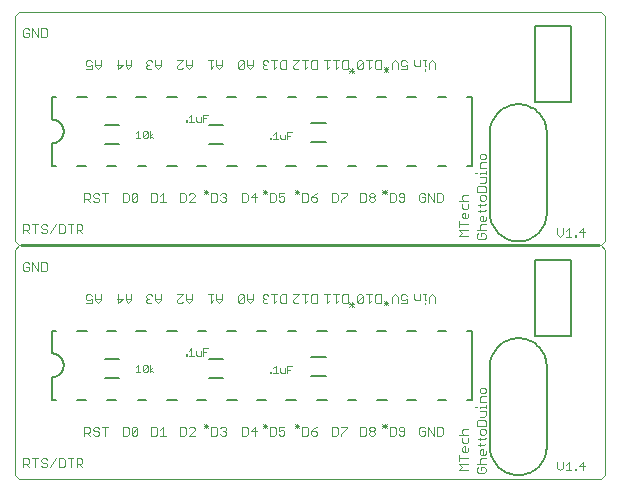
<source format=gto>
G75*
G70*
%OFA0B0*%
%FSLAX24Y24*%
%IPPOS*%
%LPD*%
%AMOC8*
5,1,8,0,0,1.08239X$1,22.5*
%
%ADD10C,0.0000*%
%ADD11C,0.0030*%
%ADD12C,0.0020*%
%ADD13C,0.0100*%
%ADD14C,0.0060*%
%ADD15C,0.0050*%
D10*
X002425Y003185D02*
X002425Y003185D01*
X002268Y003342D01*
X002268Y003343D02*
X002268Y010626D01*
X002268Y010823D01*
X002425Y010980D01*
X002268Y011138D01*
X002268Y018421D01*
X002268Y018618D01*
X002425Y018775D01*
X021795Y018775D01*
X021953Y018618D01*
X021953Y011138D01*
X021795Y010980D01*
X021953Y010823D01*
X021953Y003342D01*
X021795Y003185D01*
X021794Y003185D02*
X002425Y003185D01*
X002425Y010980D02*
X002425Y010980D01*
X021953Y011137D02*
X021953Y011138D01*
X021953Y003342D02*
X021953Y003342D01*
D11*
X021267Y003625D02*
X021073Y003625D01*
X021218Y003770D01*
X021218Y003480D01*
X020974Y003480D02*
X020926Y003480D01*
X020926Y003528D01*
X020974Y003528D01*
X020974Y003480D01*
X020825Y003480D02*
X020631Y003480D01*
X020728Y003480D02*
X020728Y003770D01*
X020631Y003673D01*
X020530Y003577D02*
X020530Y003770D01*
X020530Y003577D02*
X020433Y003480D01*
X020336Y003577D01*
X020336Y003770D01*
X017959Y003695D02*
X017669Y003695D01*
X017766Y003743D02*
X017766Y003840D01*
X017814Y003888D01*
X017959Y003888D01*
X017911Y003989D02*
X017814Y003989D01*
X017766Y004038D01*
X017766Y004134D01*
X017814Y004183D01*
X017862Y004183D01*
X017862Y003989D01*
X017911Y003989D02*
X017959Y004038D01*
X017959Y004134D01*
X017911Y004332D02*
X017717Y004332D01*
X017766Y004284D02*
X017766Y004381D01*
X017766Y004480D02*
X017766Y004577D01*
X017717Y004529D02*
X017911Y004529D01*
X017959Y004577D01*
X017911Y004677D02*
X017959Y004725D01*
X017959Y004822D01*
X017911Y004870D01*
X017814Y004870D01*
X017766Y004822D01*
X017766Y004725D01*
X017814Y004677D01*
X017911Y004677D01*
X017959Y004381D02*
X017911Y004332D01*
X017380Y004234D02*
X017380Y004138D01*
X017332Y004089D01*
X017235Y004089D01*
X017187Y004138D01*
X017187Y004234D01*
X017235Y004283D01*
X017284Y004283D01*
X017284Y004089D01*
X017090Y003988D02*
X017090Y003795D01*
X017090Y003891D02*
X017380Y003891D01*
X017380Y003693D02*
X017090Y003693D01*
X017187Y003597D01*
X017090Y003500D01*
X017380Y003500D01*
X017669Y003545D02*
X017717Y003593D01*
X017669Y003545D02*
X017669Y003448D01*
X017717Y003400D01*
X017911Y003400D01*
X017959Y003448D01*
X017959Y003545D01*
X017911Y003593D01*
X017814Y003593D01*
X017814Y003497D01*
X017814Y003695D02*
X017766Y003743D01*
X017332Y004384D02*
X017235Y004384D01*
X017187Y004432D01*
X017187Y004577D01*
X017235Y004678D02*
X017187Y004727D01*
X017187Y004824D01*
X017235Y004872D01*
X017380Y004872D01*
X017380Y004678D02*
X017090Y004678D01*
X017380Y004577D02*
X017380Y004432D01*
X017332Y004384D01*
X017669Y004971D02*
X017669Y005116D01*
X017717Y005165D01*
X017911Y005165D01*
X017959Y005116D01*
X017959Y004971D01*
X017669Y004971D01*
X017766Y005266D02*
X017911Y005266D01*
X017959Y005314D01*
X017959Y005459D01*
X017766Y005459D01*
X017766Y005561D02*
X017766Y005609D01*
X017959Y005609D01*
X017959Y005561D02*
X017959Y005657D01*
X017959Y005757D02*
X017766Y005757D01*
X017766Y005902D01*
X017814Y005950D01*
X017959Y005950D01*
X017911Y006052D02*
X017959Y006100D01*
X017959Y006197D01*
X017911Y006245D01*
X017814Y006245D01*
X017766Y006197D01*
X017766Y006100D01*
X017814Y006052D01*
X017911Y006052D01*
X017669Y005609D02*
X017620Y005609D01*
X016534Y004880D02*
X016534Y004687D01*
X016486Y004638D01*
X016341Y004638D01*
X016341Y004929D01*
X016486Y004929D01*
X016534Y004880D01*
X016239Y004929D02*
X016239Y004638D01*
X016046Y004929D01*
X016046Y004638D01*
X015945Y004687D02*
X015945Y004784D01*
X015848Y004784D01*
X015945Y004880D02*
X015896Y004929D01*
X015800Y004929D01*
X015751Y004880D01*
X015751Y004687D01*
X015800Y004638D01*
X015896Y004638D01*
X015945Y004687D01*
X015255Y004687D02*
X015255Y004880D01*
X015207Y004929D01*
X015110Y004929D01*
X015062Y004880D01*
X015062Y004832D01*
X015110Y004784D01*
X015255Y004784D01*
X015255Y004687D02*
X015207Y004638D01*
X015110Y004638D01*
X015062Y004687D01*
X014960Y004687D02*
X014960Y004880D01*
X014912Y004929D01*
X014767Y004929D01*
X014767Y004638D01*
X014912Y004638D01*
X014960Y004687D01*
X014271Y004687D02*
X014222Y004638D01*
X014126Y004638D01*
X014077Y004687D01*
X014077Y004735D01*
X014126Y004784D01*
X014222Y004784D01*
X014271Y004735D01*
X014271Y004687D01*
X014222Y004784D02*
X014271Y004832D01*
X014271Y004880D01*
X014222Y004929D01*
X014126Y004929D01*
X014077Y004880D01*
X014077Y004832D01*
X014126Y004784D01*
X013976Y004687D02*
X013976Y004880D01*
X013928Y004929D01*
X013783Y004929D01*
X013783Y004638D01*
X013928Y004638D01*
X013976Y004687D01*
X013326Y004880D02*
X013132Y004687D01*
X013132Y004638D01*
X013031Y004687D02*
X013031Y004880D01*
X012983Y004929D01*
X012838Y004929D01*
X012838Y004638D01*
X012983Y004638D01*
X013031Y004687D01*
X013132Y004929D02*
X013326Y004929D01*
X013326Y004880D01*
X012342Y004929D02*
X012245Y004880D01*
X012148Y004784D01*
X012293Y004784D01*
X012342Y004735D01*
X012342Y004687D01*
X012293Y004638D01*
X012197Y004638D01*
X012148Y004687D01*
X012148Y004784D01*
X012047Y004880D02*
X012047Y004687D01*
X011999Y004638D01*
X011854Y004638D01*
X011854Y004929D01*
X011999Y004929D01*
X012047Y004880D01*
X011257Y004929D02*
X011064Y004929D01*
X011064Y004784D01*
X011161Y004832D01*
X011209Y004832D01*
X011257Y004784D01*
X011257Y004687D01*
X011209Y004638D01*
X011112Y004638D01*
X011064Y004687D01*
X010963Y004687D02*
X010963Y004880D01*
X010914Y004929D01*
X010769Y004929D01*
X010769Y004638D01*
X010914Y004638D01*
X010963Y004687D01*
X010334Y004784D02*
X010140Y004784D01*
X010285Y004929D01*
X010285Y004638D01*
X010039Y004687D02*
X010039Y004880D01*
X009991Y004929D01*
X009846Y004929D01*
X009846Y004638D01*
X009991Y004638D01*
X010039Y004687D01*
X009310Y004687D02*
X009262Y004638D01*
X009165Y004638D01*
X009117Y004687D01*
X009016Y004687D02*
X009016Y004880D01*
X008967Y004929D01*
X008822Y004929D01*
X008822Y004638D01*
X008967Y004638D01*
X009016Y004687D01*
X009117Y004880D02*
X009165Y004929D01*
X009262Y004929D01*
X009310Y004880D01*
X009310Y004832D01*
X009262Y004784D01*
X009310Y004735D01*
X009310Y004687D01*
X009262Y004784D02*
X009213Y004784D01*
X008265Y004832D02*
X008265Y004880D01*
X008217Y004929D01*
X008120Y004929D01*
X008072Y004880D01*
X007971Y004880D02*
X007922Y004929D01*
X007777Y004929D01*
X007777Y004638D01*
X007922Y004638D01*
X007971Y004687D01*
X007971Y004880D01*
X008072Y004638D02*
X008265Y004832D01*
X008265Y004638D02*
X008072Y004638D01*
X007302Y004638D02*
X007109Y004638D01*
X007206Y004638D02*
X007206Y004929D01*
X007109Y004832D01*
X007008Y004880D02*
X006959Y004929D01*
X006814Y004929D01*
X006814Y004638D01*
X006959Y004638D01*
X007008Y004687D01*
X007008Y004880D01*
X006357Y004880D02*
X006357Y004687D01*
X006309Y004638D01*
X006212Y004638D01*
X006164Y004687D01*
X006357Y004880D01*
X006309Y004929D01*
X006212Y004929D01*
X006164Y004880D01*
X006164Y004687D01*
X006063Y004687D02*
X006063Y004880D01*
X006014Y004929D01*
X005869Y004929D01*
X005869Y004638D01*
X006014Y004638D01*
X006063Y004687D01*
X005374Y004924D02*
X005181Y004924D01*
X005278Y004924D02*
X005278Y004633D01*
X005080Y004682D02*
X005080Y004730D01*
X005031Y004779D01*
X004935Y004779D01*
X004886Y004827D01*
X004886Y004875D01*
X004935Y004924D01*
X005031Y004924D01*
X005080Y004875D01*
X005080Y004682D02*
X005031Y004633D01*
X004935Y004633D01*
X004886Y004682D01*
X004785Y004633D02*
X004688Y004730D01*
X004737Y004730D02*
X004592Y004730D01*
X004592Y004633D02*
X004592Y004924D01*
X004737Y004924D01*
X004785Y004875D01*
X004785Y004779D01*
X004737Y004730D01*
X004471Y003884D02*
X004520Y003835D01*
X004520Y003739D01*
X004471Y003690D01*
X004326Y003690D01*
X004326Y003594D02*
X004326Y003884D01*
X004471Y003884D01*
X004423Y003690D02*
X004520Y003594D01*
X004128Y003594D02*
X004128Y003884D01*
X004032Y003884D02*
X004225Y003884D01*
X003930Y003835D02*
X003882Y003884D01*
X003737Y003884D01*
X003737Y003594D01*
X003882Y003594D01*
X003930Y003642D01*
X003930Y003835D01*
X003636Y003884D02*
X003442Y003594D01*
X003341Y003642D02*
X003293Y003594D01*
X003196Y003594D01*
X003148Y003642D01*
X003196Y003739D02*
X003293Y003739D01*
X003341Y003690D01*
X003341Y003642D01*
X003196Y003739D02*
X003148Y003787D01*
X003148Y003835D01*
X003196Y003884D01*
X003293Y003884D01*
X003341Y003835D01*
X003046Y003884D02*
X002853Y003884D01*
X002950Y003884D02*
X002950Y003594D01*
X002752Y003594D02*
X002655Y003690D01*
X002703Y003690D02*
X002558Y003690D01*
X002558Y003594D02*
X002558Y003884D01*
X002703Y003884D01*
X002752Y003835D01*
X002752Y003739D01*
X002703Y003690D01*
X004643Y009061D02*
X004836Y009061D01*
X004836Y009206D01*
X004739Y009158D01*
X004691Y009158D01*
X004643Y009206D01*
X004643Y009303D01*
X004691Y009351D01*
X004788Y009351D01*
X004836Y009303D01*
X004937Y009351D02*
X004937Y009158D01*
X005034Y009061D01*
X005131Y009158D01*
X005131Y009351D01*
X005131Y009206D02*
X004937Y009206D01*
X005666Y009206D02*
X005860Y009206D01*
X005715Y009061D01*
X005715Y009351D01*
X005961Y009351D02*
X005961Y009158D01*
X006058Y009061D01*
X006154Y009158D01*
X006154Y009351D01*
X006154Y009206D02*
X005961Y009206D01*
X006650Y009254D02*
X006650Y009303D01*
X006699Y009351D01*
X006796Y009351D01*
X006844Y009303D01*
X006945Y009351D02*
X006945Y009158D01*
X007042Y009061D01*
X007139Y009158D01*
X007139Y009351D01*
X007139Y009206D02*
X006945Y009206D01*
X006844Y009109D02*
X006796Y009061D01*
X006699Y009061D01*
X006650Y009109D01*
X006650Y009158D01*
X006699Y009206D01*
X006650Y009254D01*
X006699Y009206D02*
X006747Y009206D01*
X007674Y009158D02*
X007674Y009109D01*
X007722Y009061D01*
X007819Y009061D01*
X007868Y009109D01*
X007969Y009158D02*
X007969Y009351D01*
X007868Y009351D02*
X007674Y009158D01*
X007674Y009351D02*
X007868Y009351D01*
X007969Y009206D02*
X008162Y009206D01*
X008162Y009158D02*
X008065Y009061D01*
X007969Y009158D01*
X008162Y009158D02*
X008162Y009351D01*
X008698Y009351D02*
X008891Y009351D01*
X008794Y009351D02*
X008794Y009061D01*
X008891Y009158D01*
X008992Y009158D02*
X009089Y009061D01*
X009186Y009158D01*
X009186Y009351D01*
X009186Y009206D02*
X008992Y009206D01*
X008992Y009158D02*
X008992Y009351D01*
X009721Y009303D02*
X009770Y009351D01*
X009866Y009351D01*
X009915Y009303D01*
X009721Y009109D01*
X009721Y009303D01*
X009915Y009303D02*
X009915Y009109D01*
X009866Y009061D01*
X009770Y009061D01*
X009721Y009109D01*
X010016Y009158D02*
X010113Y009061D01*
X010209Y009158D01*
X010209Y009351D01*
X010209Y009206D02*
X010016Y009206D01*
X010016Y009158D02*
X010016Y009351D01*
X010529Y009303D02*
X010577Y009351D01*
X010674Y009351D01*
X010722Y009303D01*
X010824Y009351D02*
X011017Y009351D01*
X010920Y009351D02*
X010920Y009061D01*
X011017Y009158D01*
X011118Y009109D02*
X011167Y009061D01*
X011312Y009061D01*
X011312Y009351D01*
X011167Y009351D01*
X011118Y009303D01*
X011118Y009109D01*
X011553Y009109D02*
X011601Y009061D01*
X011698Y009061D01*
X011746Y009109D01*
X011553Y009109D02*
X011553Y009158D01*
X011746Y009351D01*
X011553Y009351D01*
X011847Y009351D02*
X012041Y009351D01*
X011944Y009351D02*
X011944Y009061D01*
X012041Y009158D01*
X012142Y009109D02*
X012190Y009061D01*
X012335Y009061D01*
X012335Y009351D01*
X012190Y009351D01*
X012142Y009303D01*
X012142Y009109D01*
X012576Y009351D02*
X012770Y009351D01*
X012673Y009351D02*
X012673Y009061D01*
X012770Y009158D01*
X012871Y009351D02*
X013064Y009351D01*
X012968Y009351D02*
X012968Y009061D01*
X013064Y009158D01*
X013166Y009109D02*
X013214Y009061D01*
X013359Y009061D01*
X013359Y009351D01*
X013214Y009351D01*
X013166Y009303D01*
X013166Y009109D01*
X013679Y009109D02*
X013727Y009061D01*
X013824Y009061D01*
X013872Y009109D01*
X013872Y009303D01*
X013679Y009109D01*
X013679Y009303D01*
X013727Y009351D01*
X013824Y009351D01*
X013872Y009303D01*
X013973Y009351D02*
X014167Y009351D01*
X014070Y009351D02*
X014070Y009061D01*
X014167Y009158D01*
X014268Y009109D02*
X014316Y009061D01*
X014461Y009061D01*
X014461Y009351D01*
X014316Y009351D01*
X014268Y009303D01*
X014268Y009109D01*
X014839Y009061D02*
X014839Y009254D01*
X014936Y009351D01*
X015033Y009254D01*
X015033Y009061D01*
X015134Y009061D02*
X015328Y009061D01*
X015328Y009206D01*
X015231Y009158D01*
X015182Y009158D01*
X015134Y009206D01*
X015134Y009303D01*
X015182Y009351D01*
X015279Y009351D01*
X015328Y009303D01*
X015588Y009351D02*
X015588Y009206D01*
X015636Y009158D01*
X015781Y009158D01*
X015781Y009351D01*
X015881Y009351D02*
X015978Y009351D01*
X015929Y009351D02*
X015929Y009158D01*
X015978Y009158D01*
X015929Y009061D02*
X015929Y009012D01*
X016079Y009061D02*
X016079Y009254D01*
X016176Y009351D01*
X016272Y009254D01*
X016272Y009061D01*
X017090Y011295D02*
X017187Y011392D01*
X017090Y011489D01*
X017380Y011489D01*
X017380Y011295D02*
X017090Y011295D01*
X017090Y011590D02*
X017090Y011783D01*
X017090Y011687D02*
X017380Y011687D01*
X017332Y011884D02*
X017235Y011884D01*
X017187Y011933D01*
X017187Y012030D01*
X017235Y012078D01*
X017284Y012078D01*
X017284Y011884D01*
X017332Y011884D02*
X017380Y011933D01*
X017380Y012030D01*
X017332Y012179D02*
X017235Y012179D01*
X017187Y012227D01*
X017187Y012373D01*
X017235Y012474D02*
X017187Y012522D01*
X017187Y012619D01*
X017235Y012667D01*
X017380Y012667D01*
X017380Y012474D02*
X017090Y012474D01*
X017380Y012373D02*
X017380Y012227D01*
X017332Y012179D01*
X017717Y012127D02*
X017911Y012127D01*
X017959Y012176D01*
X017911Y012324D02*
X017959Y012372D01*
X017911Y012324D02*
X017717Y012324D01*
X017766Y012276D02*
X017766Y012372D01*
X017814Y012472D02*
X017766Y012520D01*
X017766Y012617D01*
X017814Y012665D01*
X017911Y012665D01*
X017959Y012617D01*
X017959Y012520D01*
X017911Y012472D01*
X017814Y012472D01*
X017766Y012176D02*
X017766Y012079D01*
X017814Y011978D02*
X017766Y011930D01*
X017766Y011833D01*
X017814Y011784D01*
X017911Y011784D01*
X017959Y011833D01*
X017959Y011930D01*
X017862Y011978D02*
X017862Y011784D01*
X017814Y011683D02*
X017959Y011683D01*
X017814Y011683D02*
X017766Y011635D01*
X017766Y011538D01*
X017814Y011490D01*
X017814Y011389D02*
X017814Y011292D01*
X017814Y011389D02*
X017911Y011389D01*
X017959Y011340D01*
X017959Y011244D01*
X017911Y011195D01*
X017717Y011195D01*
X017669Y011244D01*
X017669Y011340D01*
X017717Y011389D01*
X017669Y011490D02*
X017959Y011490D01*
X017862Y011978D02*
X017814Y011978D01*
X017669Y012767D02*
X017959Y012767D01*
X017959Y012912D01*
X017911Y012960D01*
X017717Y012960D01*
X017669Y012912D01*
X017669Y012767D01*
X017766Y013061D02*
X017911Y013061D01*
X017959Y013110D01*
X017959Y013255D01*
X017766Y013255D01*
X017766Y013356D02*
X017766Y013404D01*
X017959Y013404D01*
X017959Y013356D02*
X017959Y013453D01*
X017959Y013552D02*
X017766Y013552D01*
X017766Y013697D01*
X017814Y013746D01*
X017959Y013746D01*
X017911Y013847D02*
X017959Y013895D01*
X017959Y013992D01*
X017911Y014040D01*
X017814Y014040D01*
X017766Y013992D01*
X017766Y013895D01*
X017814Y013847D01*
X017911Y013847D01*
X017669Y013404D02*
X017620Y013404D01*
X016534Y012676D02*
X016486Y012724D01*
X016341Y012724D01*
X016341Y012434D01*
X016486Y012434D01*
X016534Y012482D01*
X016534Y012676D01*
X016239Y012724D02*
X016239Y012434D01*
X016046Y012724D01*
X016046Y012434D01*
X015945Y012482D02*
X015945Y012579D01*
X015848Y012579D01*
X015945Y012676D02*
X015896Y012724D01*
X015800Y012724D01*
X015751Y012676D01*
X015751Y012482D01*
X015800Y012434D01*
X015896Y012434D01*
X015945Y012482D01*
X015255Y012482D02*
X015255Y012676D01*
X015207Y012724D01*
X015110Y012724D01*
X015062Y012676D01*
X015062Y012627D01*
X015110Y012579D01*
X015255Y012579D01*
X015255Y012482D02*
X015207Y012434D01*
X015110Y012434D01*
X015062Y012482D01*
X014960Y012482D02*
X014960Y012676D01*
X014912Y012724D01*
X014767Y012724D01*
X014767Y012434D01*
X014912Y012434D01*
X014960Y012482D01*
X014271Y012482D02*
X014222Y012434D01*
X014126Y012434D01*
X014077Y012482D01*
X014077Y012530D01*
X014126Y012579D01*
X014222Y012579D01*
X014271Y012530D01*
X014271Y012482D01*
X014222Y012579D02*
X014271Y012627D01*
X014271Y012676D01*
X014222Y012724D01*
X014126Y012724D01*
X014077Y012676D01*
X014077Y012627D01*
X014126Y012579D01*
X013976Y012676D02*
X013928Y012724D01*
X013783Y012724D01*
X013783Y012434D01*
X013928Y012434D01*
X013976Y012482D01*
X013976Y012676D01*
X013326Y012676D02*
X013132Y012482D01*
X013132Y012434D01*
X013031Y012482D02*
X013031Y012676D01*
X012983Y012724D01*
X012838Y012724D01*
X012838Y012434D01*
X012983Y012434D01*
X013031Y012482D01*
X013132Y012724D02*
X013326Y012724D01*
X013326Y012676D01*
X012342Y012724D02*
X012245Y012676D01*
X012148Y012579D01*
X012293Y012579D01*
X012342Y012530D01*
X012342Y012482D01*
X012293Y012434D01*
X012197Y012434D01*
X012148Y012482D01*
X012148Y012579D01*
X012047Y012676D02*
X011999Y012724D01*
X011854Y012724D01*
X011854Y012434D01*
X011999Y012434D01*
X012047Y012482D01*
X012047Y012676D01*
X011257Y012724D02*
X011064Y012724D01*
X011064Y012579D01*
X011161Y012627D01*
X011209Y012627D01*
X011257Y012579D01*
X011257Y012482D01*
X011209Y012434D01*
X011112Y012434D01*
X011064Y012482D01*
X010963Y012482D02*
X010963Y012676D01*
X010914Y012724D01*
X010769Y012724D01*
X010769Y012434D01*
X010914Y012434D01*
X010963Y012482D01*
X010334Y012579D02*
X010140Y012579D01*
X010285Y012724D01*
X010285Y012434D01*
X010039Y012482D02*
X010039Y012676D01*
X009991Y012724D01*
X009846Y012724D01*
X009846Y012434D01*
X009991Y012434D01*
X010039Y012482D01*
X009310Y012482D02*
X009262Y012434D01*
X009165Y012434D01*
X009117Y012482D01*
X009016Y012482D02*
X009016Y012676D01*
X008967Y012724D01*
X008822Y012724D01*
X008822Y012434D01*
X008967Y012434D01*
X009016Y012482D01*
X009117Y012676D02*
X009165Y012724D01*
X009262Y012724D01*
X009310Y012676D01*
X009310Y012627D01*
X009262Y012579D01*
X009310Y012530D01*
X009310Y012482D01*
X009262Y012579D02*
X009213Y012579D01*
X008265Y012627D02*
X008265Y012676D01*
X008217Y012724D01*
X008120Y012724D01*
X008072Y012676D01*
X007971Y012676D02*
X007922Y012724D01*
X007777Y012724D01*
X007777Y012434D01*
X007922Y012434D01*
X007971Y012482D01*
X007971Y012676D01*
X008072Y012434D02*
X008265Y012627D01*
X008265Y012434D02*
X008072Y012434D01*
X007302Y012434D02*
X007109Y012434D01*
X007206Y012434D02*
X007206Y012724D01*
X007109Y012627D01*
X007008Y012676D02*
X006959Y012724D01*
X006814Y012724D01*
X006814Y012434D01*
X006959Y012434D01*
X007008Y012482D01*
X007008Y012676D01*
X006357Y012676D02*
X006164Y012482D01*
X006212Y012434D01*
X006309Y012434D01*
X006357Y012482D01*
X006357Y012676D01*
X006309Y012724D01*
X006212Y012724D01*
X006164Y012676D01*
X006164Y012482D01*
X006063Y012482D02*
X006063Y012676D01*
X006014Y012724D01*
X005869Y012724D01*
X005869Y012434D01*
X006014Y012434D01*
X006063Y012482D01*
X005374Y012719D02*
X005181Y012719D01*
X005278Y012719D02*
X005278Y012429D01*
X005080Y012477D02*
X005031Y012429D01*
X004935Y012429D01*
X004886Y012477D01*
X004935Y012574D02*
X005031Y012574D01*
X005080Y012525D01*
X005080Y012477D01*
X004935Y012574D02*
X004886Y012622D01*
X004886Y012671D01*
X004935Y012719D01*
X005031Y012719D01*
X005080Y012671D01*
X004785Y012671D02*
X004737Y012719D01*
X004592Y012719D01*
X004592Y012429D01*
X004592Y012525D02*
X004737Y012525D01*
X004785Y012574D01*
X004785Y012671D01*
X004688Y012525D02*
X004785Y012429D01*
X004471Y011679D02*
X004520Y011631D01*
X004520Y011534D01*
X004471Y011486D01*
X004326Y011486D01*
X004423Y011486D02*
X004520Y011389D01*
X004326Y011389D02*
X004326Y011679D01*
X004471Y011679D01*
X004225Y011679D02*
X004032Y011679D01*
X004128Y011679D02*
X004128Y011389D01*
X003930Y011437D02*
X003930Y011631D01*
X003882Y011679D01*
X003737Y011679D01*
X003737Y011389D01*
X003882Y011389D01*
X003930Y011437D01*
X003636Y011679D02*
X003442Y011389D01*
X003341Y011437D02*
X003293Y011389D01*
X003196Y011389D01*
X003148Y011437D01*
X003196Y011534D02*
X003293Y011534D01*
X003341Y011486D01*
X003341Y011437D01*
X003196Y011534D02*
X003148Y011582D01*
X003148Y011631D01*
X003196Y011679D01*
X003293Y011679D01*
X003341Y011631D01*
X003046Y011679D02*
X002853Y011679D01*
X002950Y011679D02*
X002950Y011389D01*
X002752Y011389D02*
X002655Y011486D01*
X002703Y011486D02*
X002558Y011486D01*
X002558Y011389D02*
X002558Y011679D01*
X002703Y011679D01*
X002752Y011631D01*
X002752Y011534D01*
X002703Y011486D01*
X002703Y010419D02*
X002607Y010419D01*
X002558Y010371D01*
X002558Y010177D01*
X002607Y010129D01*
X002703Y010129D01*
X002752Y010177D01*
X002752Y010274D01*
X002655Y010274D01*
X002752Y010371D02*
X002703Y010419D01*
X002853Y010419D02*
X003046Y010129D01*
X003046Y010419D01*
X003148Y010419D02*
X003293Y010419D01*
X003341Y010371D01*
X003341Y010177D01*
X003293Y010129D01*
X003148Y010129D01*
X003148Y010419D01*
X002853Y010419D02*
X002853Y010129D01*
X004643Y016856D02*
X004836Y016856D01*
X004836Y017001D01*
X004739Y016953D01*
X004691Y016953D01*
X004643Y017001D01*
X004643Y017098D01*
X004691Y017146D01*
X004788Y017146D01*
X004836Y017098D01*
X004937Y017146D02*
X004937Y016953D01*
X005034Y016856D01*
X005131Y016953D01*
X005131Y017146D01*
X005131Y017001D02*
X004937Y017001D01*
X005666Y017001D02*
X005860Y017001D01*
X005715Y016856D01*
X005715Y017146D01*
X005961Y017146D02*
X005961Y016953D01*
X006058Y016856D01*
X006154Y016953D01*
X006154Y017146D01*
X006154Y017001D02*
X005961Y017001D01*
X006650Y016953D02*
X006699Y017001D01*
X006650Y017050D01*
X006650Y017098D01*
X006699Y017146D01*
X006796Y017146D01*
X006844Y017098D01*
X006945Y017146D02*
X006945Y016953D01*
X007042Y016856D01*
X007139Y016953D01*
X007139Y017146D01*
X007139Y017001D02*
X006945Y017001D01*
X006844Y016904D02*
X006796Y016856D01*
X006699Y016856D01*
X006650Y016904D01*
X006650Y016953D01*
X006699Y017001D02*
X006747Y017001D01*
X007674Y016953D02*
X007674Y016904D01*
X007722Y016856D01*
X007819Y016856D01*
X007868Y016904D01*
X007969Y016953D02*
X007969Y017146D01*
X007868Y017146D02*
X007674Y016953D01*
X007674Y017146D02*
X007868Y017146D01*
X007969Y017001D02*
X008162Y017001D01*
X008162Y016953D02*
X008065Y016856D01*
X007969Y016953D01*
X008162Y016953D02*
X008162Y017146D01*
X008698Y017146D02*
X008891Y017146D01*
X008794Y017146D02*
X008794Y016856D01*
X008891Y016953D01*
X008992Y016953D02*
X008992Y017146D01*
X008992Y017001D02*
X009186Y017001D01*
X009186Y016953D02*
X009089Y016856D01*
X008992Y016953D01*
X009186Y016953D02*
X009186Y017146D01*
X009721Y017098D02*
X009721Y016904D01*
X009915Y017098D01*
X009866Y017146D01*
X009770Y017146D01*
X009721Y017098D01*
X009721Y016904D02*
X009770Y016856D01*
X009866Y016856D01*
X009915Y016904D01*
X009915Y017098D01*
X010016Y017146D02*
X010016Y016953D01*
X010113Y016856D01*
X010209Y016953D01*
X010209Y017146D01*
X010209Y017001D02*
X010016Y017001D01*
X010529Y016953D02*
X010577Y017001D01*
X010529Y017050D01*
X010529Y017098D01*
X010577Y017146D01*
X010674Y017146D01*
X010722Y017098D01*
X010824Y017146D02*
X011017Y017146D01*
X010920Y017146D02*
X010920Y016856D01*
X011017Y016953D01*
X011118Y016904D02*
X011118Y017098D01*
X011167Y017146D01*
X011312Y017146D01*
X011312Y016856D01*
X011167Y016856D01*
X011118Y016904D01*
X011553Y016904D02*
X011601Y016856D01*
X011698Y016856D01*
X011746Y016904D01*
X011553Y016904D02*
X011553Y016953D01*
X011746Y017146D01*
X011553Y017146D01*
X011847Y017146D02*
X012041Y017146D01*
X011944Y017146D02*
X011944Y016856D01*
X012041Y016953D01*
X012142Y016904D02*
X012142Y017098D01*
X012190Y017146D01*
X012335Y017146D01*
X012335Y016856D01*
X012190Y016856D01*
X012142Y016904D01*
X012576Y017146D02*
X012770Y017146D01*
X012673Y017146D02*
X012673Y016856D01*
X012770Y016953D01*
X012871Y017146D02*
X013064Y017146D01*
X012968Y017146D02*
X012968Y016856D01*
X013064Y016953D01*
X013166Y016904D02*
X013214Y016856D01*
X013359Y016856D01*
X013359Y017146D01*
X013214Y017146D01*
X013166Y017098D01*
X013166Y016904D01*
X013679Y016904D02*
X013872Y017098D01*
X013824Y017146D01*
X013727Y017146D01*
X013679Y017098D01*
X013679Y016904D01*
X013727Y016856D01*
X013824Y016856D01*
X013872Y016904D01*
X013872Y017098D01*
X013973Y017146D02*
X014167Y017146D01*
X014070Y017146D02*
X014070Y016856D01*
X014167Y016953D01*
X014268Y016904D02*
X014316Y016856D01*
X014461Y016856D01*
X014461Y017146D01*
X014316Y017146D01*
X014268Y017098D01*
X014268Y016904D01*
X014839Y016856D02*
X014839Y017050D01*
X014936Y017146D01*
X015033Y017050D01*
X015033Y016856D01*
X015134Y016856D02*
X015328Y016856D01*
X015328Y017001D01*
X015231Y016953D01*
X015182Y016953D01*
X015134Y017001D01*
X015134Y017098D01*
X015182Y017146D01*
X015279Y017146D01*
X015328Y017098D01*
X015588Y017146D02*
X015588Y017001D01*
X015636Y016953D01*
X015781Y016953D01*
X015781Y017146D01*
X015881Y017146D02*
X015978Y017146D01*
X015929Y017146D02*
X015929Y016953D01*
X015978Y016953D01*
X015929Y016856D02*
X015929Y016808D01*
X016079Y016856D02*
X016079Y017050D01*
X016176Y017146D01*
X016272Y017050D01*
X016272Y016856D01*
X020336Y011565D02*
X020336Y011372D01*
X020433Y011275D01*
X020530Y011372D01*
X020530Y011565D01*
X020631Y011469D02*
X020728Y011565D01*
X020728Y011275D01*
X020631Y011275D02*
X020825Y011275D01*
X020926Y011275D02*
X020974Y011275D01*
X020974Y011324D01*
X020926Y011324D01*
X020926Y011275D01*
X021073Y011420D02*
X021267Y011420D01*
X021218Y011275D02*
X021218Y011565D01*
X021073Y011420D01*
X010722Y009109D02*
X010674Y009061D01*
X010577Y009061D01*
X010529Y009109D01*
X010529Y009158D01*
X010577Y009206D01*
X010529Y009254D01*
X010529Y009303D01*
X010577Y009206D02*
X010626Y009206D01*
X010577Y016856D02*
X010529Y016904D01*
X010529Y016953D01*
X010577Y017001D02*
X010626Y017001D01*
X010722Y016904D02*
X010674Y016856D01*
X010577Y016856D01*
X003341Y017973D02*
X003341Y018166D01*
X003293Y018215D01*
X003148Y018215D01*
X003148Y017924D01*
X003293Y017924D01*
X003341Y017973D01*
X003046Y017924D02*
X003046Y018215D01*
X002853Y018215D02*
X002853Y017924D01*
X002752Y017973D02*
X002752Y018069D01*
X002655Y018069D01*
X002558Y017973D02*
X002607Y017924D01*
X002703Y017924D01*
X002752Y017973D01*
X002752Y018166D02*
X002703Y018215D01*
X002607Y018215D01*
X002558Y018166D01*
X002558Y017973D01*
X002853Y018215D02*
X003046Y017924D01*
D12*
X006300Y014719D02*
X006379Y014798D01*
X006379Y014561D01*
X006457Y014561D02*
X006300Y014561D01*
X006536Y014601D02*
X006693Y014758D01*
X006693Y014601D01*
X006654Y014561D01*
X006575Y014561D01*
X006536Y014601D01*
X006536Y014758D01*
X006575Y014798D01*
X006654Y014798D01*
X006693Y014758D01*
X006771Y014798D02*
X006771Y014561D01*
X006771Y014640D02*
X006889Y014561D01*
X006771Y014640D02*
X006889Y014719D01*
X007959Y015106D02*
X007999Y015106D01*
X007999Y015146D01*
X007959Y015146D01*
X007959Y015106D01*
X008077Y015106D02*
X008235Y015106D01*
X008156Y015106D02*
X008156Y015342D01*
X008077Y015264D01*
X008313Y015264D02*
X008313Y015146D01*
X008352Y015106D01*
X008470Y015106D01*
X008470Y015264D01*
X008548Y015224D02*
X008627Y015224D01*
X008548Y015106D02*
X008548Y015342D01*
X008706Y015342D01*
X010766Y014558D02*
X010806Y014558D01*
X010806Y014519D01*
X010766Y014519D01*
X010766Y014558D01*
X010884Y014519D02*
X011042Y014519D01*
X010963Y014519D02*
X010963Y014755D01*
X010884Y014676D01*
X011120Y014676D02*
X011120Y014558D01*
X011159Y014519D01*
X011277Y014519D01*
X011277Y014676D01*
X011355Y014637D02*
X011434Y014637D01*
X011355Y014755D02*
X011513Y014755D01*
X011355Y014755D02*
X011355Y014519D01*
X011608Y012827D02*
X011755Y012680D01*
X011682Y012680D02*
X011682Y012827D01*
X011755Y012827D02*
X011608Y012680D01*
X011608Y012754D02*
X011755Y012754D01*
X010692Y012754D02*
X010545Y012754D01*
X010545Y012827D02*
X010692Y012680D01*
X010619Y012680D02*
X010619Y012827D01*
X010692Y012827D02*
X010545Y012680D01*
X008724Y012680D02*
X008577Y012827D01*
X008577Y012754D02*
X008724Y012754D01*
X008724Y012827D02*
X008577Y012680D01*
X008650Y012680D02*
X008650Y012827D01*
X013419Y009087D02*
X013566Y008940D01*
X013493Y008940D02*
X013493Y009087D01*
X013566Y009087D02*
X013419Y008940D01*
X013419Y009014D02*
X013566Y009014D01*
X014561Y008980D02*
X014708Y009126D01*
X014708Y009053D02*
X014561Y009053D01*
X014561Y009126D02*
X014708Y008980D01*
X014635Y008980D02*
X014635Y009126D01*
X014669Y012680D02*
X014522Y012827D01*
X014595Y012827D02*
X014595Y012680D01*
X014522Y012680D02*
X014669Y012827D01*
X014669Y012754D02*
X014522Y012754D01*
X014561Y016775D02*
X014708Y016922D01*
X014635Y016922D02*
X014635Y016775D01*
X014708Y016775D02*
X014561Y016922D01*
X014561Y016848D02*
X014708Y016848D01*
X013566Y016882D02*
X013419Y016736D01*
X013419Y016809D02*
X013566Y016809D01*
X013566Y016736D02*
X013419Y016882D01*
X013493Y016882D02*
X013493Y016736D01*
X008706Y007547D02*
X008548Y007547D01*
X008548Y007311D01*
X008470Y007311D02*
X008470Y007468D01*
X008548Y007429D02*
X008627Y007429D01*
X008470Y007311D02*
X008352Y007311D01*
X008313Y007350D01*
X008313Y007468D01*
X008235Y007311D02*
X008077Y007311D01*
X007999Y007311D02*
X007959Y007311D01*
X007959Y007350D01*
X007999Y007350D01*
X007999Y007311D01*
X008156Y007311D02*
X008156Y007547D01*
X008077Y007468D01*
X006889Y006924D02*
X006771Y006845D01*
X006889Y006766D01*
X006771Y006766D02*
X006771Y007002D01*
X006693Y006963D02*
X006536Y006805D01*
X006575Y006766D01*
X006654Y006766D01*
X006693Y006805D01*
X006693Y006963D01*
X006654Y007002D01*
X006575Y007002D01*
X006536Y006963D01*
X006536Y006805D01*
X006457Y006766D02*
X006300Y006766D01*
X006379Y006766D02*
X006379Y007002D01*
X006300Y006924D01*
X008577Y005032D02*
X008724Y004885D01*
X008724Y004959D02*
X008577Y004959D01*
X008577Y004885D02*
X008724Y005032D01*
X008650Y005032D02*
X008650Y004885D01*
X010545Y004885D02*
X010692Y005032D01*
X010619Y005032D02*
X010619Y004885D01*
X010692Y004885D02*
X010545Y005032D01*
X010545Y004959D02*
X010692Y004959D01*
X011608Y004959D02*
X011755Y004959D01*
X011755Y005032D02*
X011608Y004885D01*
X011682Y004885D02*
X011682Y005032D01*
X011608Y005032D02*
X011755Y004885D01*
X011355Y006724D02*
X011355Y006960D01*
X011513Y006960D01*
X011434Y006842D02*
X011355Y006842D01*
X011277Y006881D02*
X011277Y006724D01*
X011159Y006724D01*
X011120Y006763D01*
X011120Y006881D01*
X010963Y006960D02*
X010963Y006724D01*
X010884Y006724D02*
X011042Y006724D01*
X010884Y006881D02*
X010963Y006960D01*
X010806Y006763D02*
X010766Y006763D01*
X010766Y006724D01*
X010806Y006724D01*
X010806Y006763D01*
X014522Y005032D02*
X014669Y004885D01*
X014669Y004959D02*
X014522Y004959D01*
X014522Y004885D02*
X014669Y005032D01*
X014595Y005032D02*
X014595Y004885D01*
D13*
X021756Y010980D02*
X002465Y010980D01*
D14*
X003495Y013630D02*
X003495Y014380D01*
X003534Y014382D01*
X003573Y014388D01*
X003611Y014397D01*
X003648Y014410D01*
X003684Y014427D01*
X003717Y014447D01*
X003749Y014471D01*
X003778Y014497D01*
X003804Y014526D01*
X003828Y014558D01*
X003848Y014591D01*
X003865Y014627D01*
X003878Y014664D01*
X003887Y014702D01*
X003893Y014741D01*
X003895Y014780D01*
X003893Y014819D01*
X003887Y014858D01*
X003878Y014896D01*
X003865Y014933D01*
X003848Y014969D01*
X003828Y015002D01*
X003804Y015034D01*
X003778Y015063D01*
X003749Y015089D01*
X003717Y015113D01*
X003684Y015133D01*
X003648Y015150D01*
X003611Y015163D01*
X003573Y015172D01*
X003534Y015178D01*
X003495Y015180D01*
X003495Y015930D01*
X003645Y015930D01*
X004354Y015922D02*
X004669Y015922D01*
X005338Y015922D02*
X005653Y015922D01*
X006322Y015922D02*
X006637Y015922D01*
X007346Y015922D02*
X007661Y015922D01*
X008728Y014999D02*
X009201Y014999D01*
X009201Y014369D02*
X008728Y014369D01*
X005736Y014366D02*
X005264Y014366D01*
X005264Y014996D02*
X005736Y014996D01*
X003645Y013630D02*
X003495Y013630D01*
X003495Y008135D02*
X003495Y007385D01*
X003534Y007383D01*
X003573Y007377D01*
X003611Y007368D01*
X003648Y007355D01*
X003684Y007338D01*
X003717Y007318D01*
X003749Y007294D01*
X003778Y007268D01*
X003804Y007239D01*
X003828Y007207D01*
X003848Y007174D01*
X003865Y007138D01*
X003878Y007101D01*
X003887Y007063D01*
X003893Y007024D01*
X003895Y006985D01*
X003893Y006946D01*
X003887Y006907D01*
X003878Y006869D01*
X003865Y006832D01*
X003848Y006796D01*
X003828Y006763D01*
X003804Y006731D01*
X003778Y006702D01*
X003749Y006676D01*
X003717Y006652D01*
X003684Y006632D01*
X003648Y006615D01*
X003611Y006602D01*
X003573Y006593D01*
X003534Y006587D01*
X003495Y006585D01*
X003495Y005835D01*
X003645Y005835D01*
X005264Y006571D02*
X005736Y006571D01*
X005736Y007201D02*
X005264Y007201D01*
X005338Y008127D02*
X005653Y008127D01*
X006322Y008127D02*
X006637Y008127D01*
X007346Y008127D02*
X007661Y008127D01*
X008728Y007204D02*
X009201Y007204D01*
X009201Y006574D02*
X008728Y006574D01*
X012154Y006628D02*
X012626Y006628D01*
X012626Y007258D02*
X012154Y007258D01*
X017495Y008135D02*
X017495Y005835D01*
X017495Y013630D02*
X017495Y015930D01*
X012626Y015053D02*
X012154Y015053D01*
X012154Y014423D02*
X012626Y014423D01*
X004669Y008127D02*
X004354Y008127D01*
X003645Y008135D02*
X003495Y008135D01*
D15*
X004354Y005843D02*
X004629Y005843D01*
X005338Y005843D02*
X005653Y005843D01*
X006361Y005843D02*
X006637Y005843D01*
X007346Y005843D02*
X007661Y005843D01*
X008330Y005843D02*
X008645Y005843D01*
X009354Y005843D02*
X009669Y005843D01*
X010338Y005843D02*
X010653Y005843D01*
X011322Y005843D02*
X011637Y005843D01*
X012346Y005843D02*
X012661Y005843D01*
X013369Y005843D02*
X013645Y005843D01*
X014354Y005843D02*
X014669Y005843D01*
X015338Y005843D02*
X015653Y005843D01*
X016361Y005843D02*
X016637Y005843D01*
X017346Y005843D02*
X017464Y005843D01*
X018108Y006984D02*
X018108Y004268D01*
X018110Y004207D01*
X018116Y004147D01*
X018125Y004087D01*
X018139Y004028D01*
X018156Y003970D01*
X018177Y003913D01*
X018202Y003858D01*
X018230Y003804D01*
X018261Y003752D01*
X018296Y003703D01*
X018333Y003655D01*
X018374Y003611D01*
X018418Y003568D01*
X018464Y003529D01*
X018512Y003493D01*
X018563Y003460D01*
X018616Y003430D01*
X018670Y003404D01*
X018727Y003381D01*
X018784Y003362D01*
X018843Y003347D01*
X018902Y003335D01*
X018962Y003327D01*
X019023Y003323D01*
X019083Y003323D01*
X019144Y003327D01*
X019204Y003335D01*
X019263Y003347D01*
X019322Y003362D01*
X019379Y003381D01*
X019436Y003404D01*
X019490Y003430D01*
X019543Y003460D01*
X019594Y003493D01*
X019642Y003529D01*
X019688Y003568D01*
X019732Y003611D01*
X019773Y003655D01*
X019810Y003703D01*
X019845Y003752D01*
X019876Y003804D01*
X019904Y003858D01*
X019929Y003913D01*
X019950Y003970D01*
X019967Y004028D01*
X019981Y004087D01*
X019990Y004147D01*
X019996Y004207D01*
X019998Y004268D01*
X019998Y006945D01*
X019601Y007967D02*
X019601Y010486D01*
X020821Y010486D01*
X020821Y007967D01*
X019601Y007967D01*
X019998Y006945D02*
X019996Y007006D01*
X019990Y007066D01*
X019981Y007126D01*
X019967Y007185D01*
X019950Y007243D01*
X019929Y007300D01*
X019904Y007355D01*
X019876Y007409D01*
X019845Y007461D01*
X019810Y007510D01*
X019773Y007558D01*
X019732Y007602D01*
X019688Y007645D01*
X019642Y007684D01*
X019594Y007720D01*
X019543Y007753D01*
X019490Y007783D01*
X019436Y007809D01*
X019379Y007832D01*
X019322Y007851D01*
X019263Y007866D01*
X019204Y007878D01*
X019144Y007886D01*
X019083Y007890D01*
X019023Y007890D01*
X018962Y007886D01*
X018902Y007878D01*
X018843Y007866D01*
X018784Y007851D01*
X018727Y007832D01*
X018670Y007809D01*
X018616Y007783D01*
X018563Y007753D01*
X018512Y007720D01*
X018464Y007684D01*
X018418Y007645D01*
X018374Y007602D01*
X018333Y007558D01*
X018296Y007510D01*
X018261Y007461D01*
X018230Y007409D01*
X018202Y007355D01*
X018177Y007300D01*
X018156Y007243D01*
X018139Y007185D01*
X018125Y007126D01*
X018116Y007066D01*
X018110Y007006D01*
X018108Y006945D01*
X017503Y008127D02*
X017346Y008127D01*
X016637Y008127D02*
X016361Y008127D01*
X015653Y008127D02*
X015338Y008127D01*
X014629Y008127D02*
X014354Y008127D01*
X013645Y008127D02*
X013330Y008127D01*
X012661Y008127D02*
X012346Y008127D01*
X011637Y008127D02*
X011361Y008127D01*
X010653Y008127D02*
X010338Y008127D01*
X009629Y008127D02*
X009354Y008127D01*
X008645Y008127D02*
X008369Y008127D01*
X008330Y013638D02*
X008645Y013638D01*
X009354Y013638D02*
X009669Y013638D01*
X010338Y013638D02*
X010653Y013638D01*
X011322Y013638D02*
X011637Y013638D01*
X012346Y013638D02*
X012661Y013638D01*
X013369Y013638D02*
X013645Y013638D01*
X014354Y013638D02*
X014669Y013638D01*
X015338Y013638D02*
X015653Y013638D01*
X016361Y013638D02*
X016637Y013638D01*
X017346Y013638D02*
X017464Y013638D01*
X018108Y014779D02*
X018108Y012063D01*
X018110Y012002D01*
X018116Y011942D01*
X018125Y011882D01*
X018139Y011823D01*
X018156Y011765D01*
X018177Y011708D01*
X018202Y011653D01*
X018230Y011599D01*
X018261Y011547D01*
X018296Y011498D01*
X018333Y011450D01*
X018374Y011406D01*
X018418Y011363D01*
X018464Y011324D01*
X018512Y011288D01*
X018563Y011255D01*
X018616Y011225D01*
X018670Y011199D01*
X018727Y011176D01*
X018784Y011157D01*
X018843Y011142D01*
X018902Y011130D01*
X018962Y011122D01*
X019023Y011118D01*
X019083Y011118D01*
X019144Y011122D01*
X019204Y011130D01*
X019263Y011142D01*
X019322Y011157D01*
X019379Y011176D01*
X019436Y011199D01*
X019490Y011225D01*
X019543Y011255D01*
X019594Y011288D01*
X019642Y011324D01*
X019688Y011363D01*
X019732Y011406D01*
X019773Y011450D01*
X019810Y011498D01*
X019845Y011547D01*
X019876Y011599D01*
X019904Y011653D01*
X019929Y011708D01*
X019950Y011765D01*
X019967Y011823D01*
X019981Y011882D01*
X019990Y011942D01*
X019996Y012002D01*
X019998Y012063D01*
X019998Y014740D01*
X019996Y014801D01*
X019990Y014861D01*
X019981Y014921D01*
X019967Y014980D01*
X019950Y015038D01*
X019929Y015095D01*
X019904Y015150D01*
X019876Y015204D01*
X019845Y015256D01*
X019810Y015305D01*
X019773Y015353D01*
X019732Y015397D01*
X019688Y015440D01*
X019642Y015479D01*
X019594Y015515D01*
X019543Y015548D01*
X019490Y015578D01*
X019436Y015604D01*
X019379Y015627D01*
X019322Y015646D01*
X019263Y015661D01*
X019204Y015673D01*
X019144Y015681D01*
X019083Y015685D01*
X019023Y015685D01*
X018962Y015681D01*
X018902Y015673D01*
X018843Y015661D01*
X018784Y015646D01*
X018727Y015627D01*
X018670Y015604D01*
X018616Y015578D01*
X018563Y015548D01*
X018512Y015515D01*
X018464Y015479D01*
X018418Y015440D01*
X018374Y015397D01*
X018333Y015353D01*
X018296Y015305D01*
X018261Y015256D01*
X018230Y015204D01*
X018202Y015150D01*
X018177Y015095D01*
X018156Y015038D01*
X018139Y014980D01*
X018125Y014921D01*
X018116Y014861D01*
X018110Y014801D01*
X018108Y014740D01*
X017503Y015922D02*
X017346Y015922D01*
X016637Y015922D02*
X016361Y015922D01*
X015653Y015922D02*
X015338Y015922D01*
X014629Y015922D02*
X014354Y015922D01*
X013645Y015922D02*
X013330Y015922D01*
X012661Y015922D02*
X012346Y015922D01*
X011637Y015922D02*
X011361Y015922D01*
X010653Y015922D02*
X010338Y015922D01*
X009629Y015922D02*
X009354Y015922D01*
X008645Y015922D02*
X008369Y015922D01*
X007661Y013638D02*
X007346Y013638D01*
X006637Y013638D02*
X006361Y013638D01*
X005653Y013638D02*
X005338Y013638D01*
X004629Y013638D02*
X004354Y013638D01*
X019601Y015762D02*
X019601Y018282D01*
X020821Y018282D01*
X020821Y015762D01*
X019601Y015762D01*
M02*

</source>
